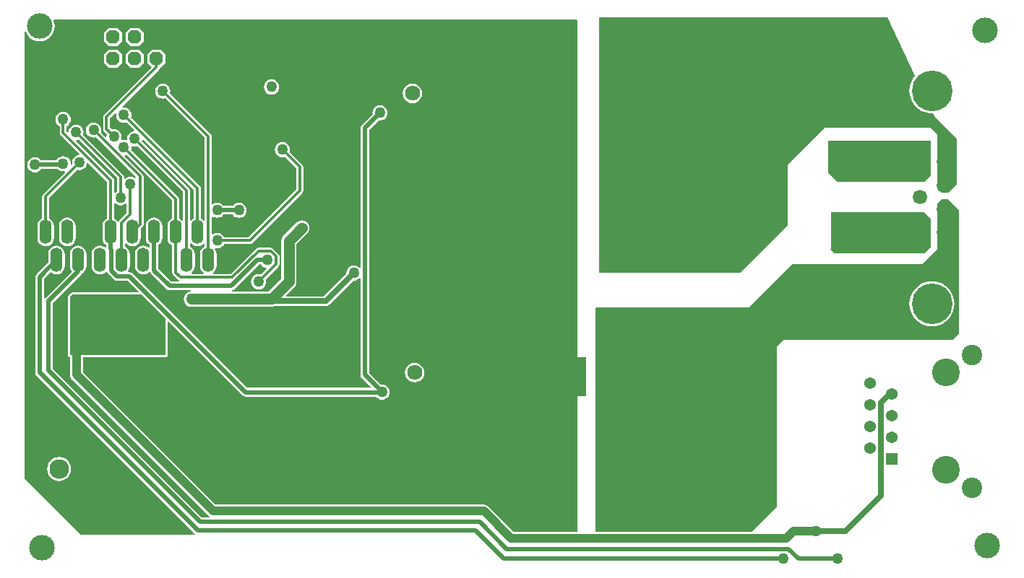
<source format=gbl>
%FSTAX23Y23*%
%MOMM*%
%SFA1B1*%

%IPPOS*%
%AMD71*
4,1,8,0.393700,0.784860,-0.393700,0.784860,-0.784860,0.393700,-0.784860,-0.393700,-0.393700,-0.784860,0.393700,-0.784860,0.784860,-0.393700,0.784860,0.393700,0.393700,0.784860,0.0*
%
%ADD18R,2.599995X1.099998*%
%ADD52C,0.499999*%
%ADD53C,0.999998*%
%ADD54C,1.269997*%
%ADD55C,0.299999*%
%ADD56C,0.639999*%
%ADD60R,1.369997X1.369997*%
%ADD61C,1.369997*%
%ADD62C,2.399995*%
%ADD63C,3.249994*%
%ADD64C,2.999994*%
%ADD65O,1.419997X2.839994*%
%ADD66C,1.779996*%
%ADD67C,2.299995*%
%ADD68C,1.689997*%
%ADD69R,1.689997X1.689997*%
%ADD70C,4.759990*%
G04~CAMADD=71~4~0.0~0.0~618.1~618.1~0.0~154.5~0~0.0~0.0~0.0~0.0~0~0.0~0.0~0.0~0.0~0~0.0~0.0~0.0~0.0~618.1~618.1*
%ADD71D71*%
%ADD72C,1.269997*%
%ADD73C,0.799998*%
%LNlv1-1*%
%LPD*%
G36*
X35029Y58829D02*
X35269Y58799D01*
X35499Y58829*
X35539Y58839*
X40949Y53429*
Y50139*
X40829Y50099*
X40779Y50159*
X40579Y50319*
X40499Y50349*
Y52579*
X40469Y52729*
X40439Y52779*
X40379Y52869*
X34839Y58399*
X34859Y58439*
X34889Y58669*
X34879Y58769*
X34979Y58849*
X35029Y58829*
G37*
G36*
X33189Y51989D02*
X33399Y51899D01*
X33629Y51869*
X33869Y51899*
X34079Y51989*
X34219Y52099*
X34349Y52049*
Y50969*
X33449Y50069*
X33419Y50019*
X33269*
X33159Y50159*
X32959Y50319*
X32879Y50349*
Y52099*
X32959Y52129*
X33009*
X33189Y51989*
G37*
G36*
X102179Y73909D02*
D01*
X109019*
X123439*
X126709Y67079*
X126539Y66879*
X126329Y66519*
X126169Y66139*
X126069Y65739*
X126039Y65329*
X126069Y64909*
X126169Y64509*
X126329Y64129*
X126539Y63779*
X126809Y63459*
X127129Y63189*
X127479Y62979*
X127859Y62819*
X128259Y62719*
X128679Y62689*
X128809Y62699*
X129029Y62229*
X131569Y59689*
Y57399*
Y54359*
X130559Y53339*
X129789*
X129289Y53849*
Y60199*
X128519Y60959*
X116079*
X111759Y56639*
Y49529*
X109219Y46989*
X106169Y43939*
X102619*
X89749*
X89659Y44029*
Y73909*
X102179*
G37*
G36*
X42219Y53679D02*
Y50349D01*
X42149Y50319*
X41949Y50159*
X41899Y50099*
X41769Y50139*
Y53589*
X41739Y53749*
X41709Y53789*
X41649Y53879*
X36109Y59419*
X36129Y59459*
X36139Y59579*
X36279Y59629*
X42219Y53679*
G37*
G36*
X128519Y50289D02*
Y46989D01*
X127759Y46229*
X117269*
X116759Y46739*
X116839Y46819*
Y51049*
X127759*
X128519Y50289*
G37*
G36*
X131319Y51819D02*
X131829Y51309D01*
Y36829*
X131059Y36069*
X111249*
X110489Y35309*
Y16509*
X107579Y13599*
X89279*
Y39789*
X89369Y39879*
X103539*
X103589Y39829*
X103629Y39879*
X107189*
X112269Y44959*
X127509*
X129029Y46479*
X129289Y46739*
Y52069*
X129789Y52579*
X130559*
X131319Y51819*
G37*
G36*
X38859Y38649D02*
Y34289D01*
X27689*
Y41149*
X27939Y41399*
X36109*
X38859Y38649*
G37*
G36*
X41949Y47369D02*
X42149Y47219D01*
X42379Y47119*
X42629Y47089*
X42879Y47119*
X43119Y47219*
X43319Y47369*
X43369Y47439*
X43489Y47389*
Y47049*
X43419Y47019*
X43219Y46859*
X43059Y46659*
X42969Y46429*
X42929Y46179*
Y44749*
X42969Y44499*
X43059Y44269*
X43219Y44069*
X43349Y43969*
X43299Y43839*
X41959*
X41919Y43969*
X42049Y44069*
X42199Y44269*
X42299Y44499*
X42329Y44749*
Y46179*
X42299Y46429*
X42199Y46659*
X42049Y46859*
X41849Y47019*
X41769Y47049*
Y47389*
X41899Y47439*
X41949Y47369*
G37*
G36*
X39679Y52409D02*
Y50349D01*
X39609Y50319*
X39409Y50159*
X39249Y49959*
X39159Y49729*
X39119Y49479*
Y48059*
X39159Y47809*
X39249Y47569*
X39409Y47369*
X39609Y47219*
X39679Y47189*
Y43979*
X39709Y43849*
X39719Y43829*
X39799Y43689*
X40349Y43149*
X40479Y43059*
X40499Y43049*
X40479Y42929*
X39579*
X38059Y44449*
Y47239*
X38239Y47369*
X38389Y47569*
X38489Y47809*
X38519Y48059*
Y49479*
X38489Y49729*
X38389Y49959*
X38239Y50159*
X38039Y50319*
X37799Y50419*
X37549Y50449*
X37299Y50419*
X37069Y50319*
X36869Y50159*
X36709Y49959*
X36619Y49729*
X36579Y49479*
Y48059*
X36619Y47809*
X36709Y47569*
X36869Y47369*
X37039Y47239*
Y46969*
X36919Y46899*
X36769Y47019*
X36529Y47109*
X36279Y47149*
X36029Y47109*
X35799Y47019*
X35599Y46859*
X35439Y46659*
X35349Y46429*
X35309Y46179*
Y44749*
X35349Y44499*
X35439Y44269*
X35599Y44069*
X35799Y43919*
X36029Y43819*
X36279Y43789*
X36529Y43819*
X36769Y43919*
X36949Y44049*
X37029*
X37089Y44019*
X37189Y43879*
X39009Y42059*
X39169Y41949*
X39369Y41909*
X41859*
X41869Y41779*
X41679Y41759*
X41459Y41669*
X41279Y41529*
X41139Y41339*
X41049Y41129*
X41019Y40889*
X41049Y40659*
X41139Y40449*
X41279Y40259*
X41459Y40119*
X41679Y40029*
X41909Y39999*
X51309*
X51539Y40029*
X51609Y40059*
X57659*
X57879Y40109*
X58069Y40229*
X60889Y43059*
X60959Y43049*
X61189Y43079*
X61409Y43169*
X61589Y43309*
X61599Y43319*
X61719Y43279*
Y31999*
X61759Y31809*
X61869Y31639*
X62929Y30579*
X62879Y30469*
X48489*
X35049Y43899*
X34879Y44009*
X34689Y44049*
X34579*
X34509Y44179*
X34579Y44269*
X34679Y44499*
X34709Y44749*
Y46179*
X34679Y46429*
X34579Y46659*
X34429Y46859*
X34229Y47019*
X34149Y47049*
Y47389*
X34279Y47439*
X34329Y47369*
X34529Y47219*
X34759Y47119*
X35009Y47089*
X35259Y47119*
X35499Y47219*
X35699Y47369*
X35849Y47569*
X35949Y47809*
X35979Y48059*
Y49159*
X36179Y49359*
X36269Y49489*
Y49519*
X36299Y49649*
Y55289*
X36269Y55419*
Y55449*
X36179Y55579*
X34089Y57669*
X34139Y57799*
X34229Y57809*
X34269Y57829*
X39679Y52409*
G37*
G36*
X33229Y55059D02*
Y53559D01*
X33189Y53539*
X33009Y53399*
X32959Y53409*
X32879Y53429*
Y54809*
X32849Y54939*
Y54959*
X32759Y55089*
X28419Y59429*
X28469Y59569*
X28639Y59589*
X28679Y59609*
X33229Y55059*
G37*
G36*
X87119Y73569D02*
Y34039D01*
X88139*
Y29459*
X87119*
Y13599*
X79679*
X76729Y16539*
X76579Y16659*
X76399Y16729*
X76199Y16759*
X44759*
X29199Y32319*
Y34039*
X38859*
X38959Y34049*
X39039Y34109*
X39099Y34189*
X39119Y34289*
Y38229*
X39229Y38279*
X47919Y29599*
X48079Y29489*
X48109Y29479*
X48279Y29449*
X63549*
X63629Y29339*
X63819Y29199*
X64029Y29109*
X64259Y29079*
X64489Y29109*
X64709Y29199*
X64889Y29339*
X65039Y29529*
X65119Y29739*
X65149Y29969*
X65119Y30199*
X65039Y30419*
X64889Y30599*
X64709Y30749*
X64489Y30829*
X64259Y30859*
X64109Y30839*
X62739Y32219*
Y60749*
X63859Y61869*
X64009Y61849*
X64239Y61879*
X64449Y61959*
X64639Y62109*
X64779Y62289*
X64869Y62509*
X64899Y62739*
X64869Y62969*
X64779Y63179*
X64639Y63369*
X64449Y63509*
X64239Y63599*
X64009Y63629*
X63779Y63599*
X63559Y63509*
X63379Y63369*
X63229Y63179*
X63149Y62969*
X63119Y62739*
X63139Y62589*
X61869Y61319*
X61759Y61159*
X61719Y60959*
Y44599*
X61599Y44559*
X61589Y44569*
X61409Y44719*
X61189Y44799*
X60959Y44829*
X60729Y44799*
X60509Y44719*
X60329Y44569*
X60189Y44389*
X60099Y44169*
X60069Y43939*
X60079Y43879*
X57419Y41219*
X53059*
X53009Y41339*
X53969Y42289*
X54109Y42479*
X54199Y42689*
X54229Y42929*
Y47349*
X55499Y48619*
X55639Y48799*
X55729Y49019*
X55759Y49249*
X55729Y49479*
X55639Y49689*
X55499Y49879*
X55309Y50019*
X55099Y50109*
X54859Y50139*
X54629Y50109*
X54419Y50019*
X54229Y49879*
X53979Y49629*
X53949Y49609*
X53929Y49579*
X52709Y48349*
X52569Y48169*
X52479Y47949*
X52449Y47719*
Y43299*
X50939Y41789*
X46649*
X46639Y41909*
X46799Y41949*
X46969Y42059*
X49869Y44959*
X50079*
X50169Y44829*
X50349Y44689*
X50569Y44599*
X50689Y44589*
X50739Y44449*
X50049Y43769*
X50019Y43789*
X49779Y43819*
X49549Y43789*
X49339Y43699*
X49149Y43559*
X49009Y43369*
X48919Y43159*
X48889Y42929*
X48919Y42689*
X49009Y42479*
X49149Y42289*
X49339Y42149*
X49549Y42059*
X49779Y42029*
X50019Y42059*
X50229Y42149*
X50419Y42289*
X50559Y42479*
X50649Y42689*
X50679Y42929*
X50649Y43159*
X50629Y43199*
X52119Y44689*
X52209Y44819*
X52239Y44979*
Y45889*
X52209Y46049*
X52179Y46089*
X52119Y46179*
X51519Y46789*
X51379Y46879*
X51359*
X51229Y46909*
X49769*
X49619Y46879*
X49569Y46849*
X49479Y46789*
X46539Y43839*
X44499*
X44459Y43969*
X44589Y44069*
X44739Y44269*
X44839Y44499*
X44869Y44749*
Y46179*
X44839Y46429*
X44739Y46659*
X44649Y46789*
X44729Y46889*
X44959Y46859*
X45189Y46889*
X45399Y46979*
X45589Y47119*
X45729Y47309*
X45749Y47339*
X48769*
X48899Y47369*
X48919Y47379*
X49059Y47459*
X54899Y53309*
X54989Y53439*
X55019Y53589*
Y56389*
X54989Y56519*
Y56539*
X54899Y56679*
X53419Y58149*
X53439Y58189*
X53469Y58419*
X53439Y58649*
X53349Y58869*
X53209Y59049*
X53019Y59189*
X52809Y59279*
X52579Y59309*
X52349Y59279*
X52129Y59189*
X51949Y59049*
X51799Y58869*
X51719Y58649*
X51689Y58419*
X51719Y58189*
X51799Y57969*
X51949Y57789*
X52129Y57649*
X52349Y57559*
X52579Y57529*
X52809Y57559*
X52849Y57569*
X54199Y56219*
Y53759*
X48599Y48159*
X45749*
X45729Y48199*
X45589Y48379*
X45399Y48529*
X45189Y48609*
X44959Y48639*
X44729Y48609*
X44509Y48529*
X44439Y48469*
X44309Y48529*
Y50529*
X44419Y50589*
X44489Y50529*
X44709Y50449*
X44939Y50419*
X45169Y50449*
X45379Y50529*
X45569Y50679*
X45659Y50799*
X46769*
X46869Y50679*
X47049Y50529*
X47269Y50449*
X47499Y50419*
X47729Y50449*
X47939Y50529*
X48129Y50679*
X48269Y50859*
X48359Y51079*
X48389Y51309*
X48359Y51539*
X48269Y51749*
X48129Y51939*
X47939Y52079*
X47729Y52169*
X47499Y52199*
X47269Y52169*
X47049Y52079*
X46869Y51939*
X46769Y51819*
X45659*
X45569Y51939*
X45379Y52079*
X45169Y52169*
X44939Y52199*
X44709Y52169*
X44489Y52079*
X44419Y52029*
X44309Y52089*
Y59939*
X44279Y60099*
X44189Y60229*
X39409Y65009*
X39429Y65049*
X39459Y65279*
X39429Y65509*
X39339Y65719*
X39199Y65909*
X39009Y66049*
X38799Y66139*
X38569Y66169*
X38339Y66139*
X38119Y66049*
X37939Y65909*
X37789Y65719*
X37709Y65509*
X37679Y65279*
X37709Y65049*
X37789Y64829*
X37939Y64649*
X38119Y64499*
X38339Y64419*
X38569Y64389*
X38799Y64419*
X38839Y64429*
X43489Y59779*
Y50139*
X43369Y50099*
X43319Y50159*
X43119Y50319*
X43039Y50349*
Y53849*
X43009Y53999*
X42919Y54139*
X34839Y62209*
X34859Y62249*
X34889Y62479*
X34859Y62719*
X34769Y62929*
X34629Y63119*
X34439Y63259*
X34229Y63349*
X33999Y63379*
X33849Y63359*
X33789Y63479*
X38089Y67779*
X38179Y67919*
X38209Y68049*
X38319*
X38839Y68569*
Y69609*
X38319Y70129*
X37289*
X36769Y69609*
Y68569*
X37249Y68089*
X31679Y62519*
X31589Y62389*
X31579Y62359*
X31559Y62229*
Y60829*
X31579Y60699*
X31589Y60679*
X31679Y60539*
X32009Y60209*
X31989Y60179*
X31959Y59969*
X31849Y59909*
X31309Y60439*
X31329Y60479*
X31359Y60709*
X31329Y60939*
X31239Y61159*
X31099Y61339*
X30909Y61489*
X30699Y61569*
X30469Y61609*
X30239Y61569*
X30019Y61489*
X29839Y61339*
X29689Y61159*
X29609Y60939*
X29579Y60709*
X29609Y60479*
X29689Y60269*
X29839Y60079*
X30019Y59939*
X30239Y59849*
X30469Y59819*
X30699Y59849*
X30739Y59869*
X35429Y55169*
X35419Y55119*
X35279Y55069*
X35199Y55129*
X34989Y55219*
X34759Y55249*
X34529Y55219*
X34309Y55129*
X34169Y55019*
X34039Y55079*
Y55229*
X34009Y55379*
X33919Y55509*
X29249Y60179*
X29269Y60219*
X29299Y60449*
X29269Y60679*
X29179Y60899*
X29039Y61079*
X28849Y61229*
X28639Y61309*
X28409Y61339*
X28179Y61309*
X27959Y61229*
X27779Y61079*
X27629Y60899*
X27549Y60679*
X27519Y60509*
X27389Y60459*
X27289Y60559*
Y61189*
X27329Y61199*
X27519Y61339*
X27659Y61529*
X27749Y61739*
X27779Y61979*
X27749Y62209*
X27659Y62419*
X27519Y62609*
X27329Y62749*
X27119Y62839*
X26879Y62869*
X26649Y62839*
X26439Y62749*
X26249Y62609*
X26109Y62419*
X26019Y62209*
X25989Y61979*
X26019Y61739*
X26109Y61529*
X26249Y61339*
X26439Y61199*
X26479Y61189*
Y60389*
X26499Y60259*
X26509Y60239*
X26599Y60099*
X28779Y57919*
X28739Y57779*
X28579Y57759*
X28359Y57669*
X28179Y57529*
X28039Y57349*
X27949Y57129*
X27919Y56899*
X27949Y56679*
X27919Y56649*
X27909Y56639*
X27789Y56709*
X27799Y56769*
X27769Y56999*
X27679Y57219*
X27529Y57399*
X27349Y57539*
X27129Y57629*
X26899Y57659*
X26669Y57629*
X26459Y57539*
X26269Y57399*
X26129Y57219*
X26099Y57149*
X24309*
X24209Y57269*
X24029Y57419*
X23809Y57499*
X23579Y57529*
X23349Y57499*
X23139Y57419*
X22949Y57269*
X22809Y57089*
X22719Y56869*
X22689Y56639*
X22719Y56409*
X22809Y56199*
X22949Y56009*
X23139Y55869*
X23349Y55779*
X23579Y55749*
X23809Y55779*
X24029Y55869*
X24209Y56009*
X24309Y56129*
X26279*
X26459Y55999*
X26669Y55909*
X26899Y55879*
X27049Y55899*
X27109Y55779*
X24559Y53229*
X24479Y53099*
X24469Y53069*
X24439Y52939*
Y50349*
X24369Y50319*
X24169Y50159*
X24009Y49959*
X23919Y49729*
X23879Y49479*
Y48059*
X23919Y47809*
X24009Y47569*
X24169Y47369*
X24369Y47219*
X24599Y47119*
X24849Y47089*
X25099Y47119*
X25339Y47219*
X25539Y47369*
X25689Y47569*
X25789Y47809*
X25819Y48059*
Y49479*
X25789Y49729*
X25689Y49959*
X25539Y50159*
X25339Y50319*
X25259Y50349*
Y52769*
X28539Y56049*
X28579Y56039*
X28809Y56009*
X29039Y56039*
X29259Y56129*
X29439Y56269*
X29579Y56449*
X29669Y56669*
X29689Y56829*
X29829Y56869*
X32059Y54639*
Y50349*
X31989Y50319*
X31789Y50159*
X31629Y49959*
X31539Y49729*
X31499Y49479*
Y48059*
X31539Y47809*
X31629Y47569*
X31789Y47369*
X31959Y47239*
Y46969*
X31839Y46899*
X31689Y47019*
X31449Y47109*
X31199Y47149*
X30949Y47109*
X30719Y47019*
X30519Y46859*
X30359Y46659*
X30269Y46429*
X30229Y46179*
Y44749*
X30269Y44499*
X30359Y44269*
X30519Y44069*
X30719Y43919*
X30949Y43819*
X31199Y43789*
X31449Y43819*
X31689Y43919*
X31889Y44069*
X31929Y44119*
X32049Y44089*
X32059Y44059*
X32169Y43889*
X32879Y43179*
X33049Y43069*
X33239Y43029*
X34479*
X35739Y41769*
X35689Y41659*
X27939*
X27839Y41639*
X27819Y41619*
X27759Y41579*
X27509Y41329*
X27449Y41249*
X27429Y41149*
Y34289*
X27449Y34189*
X27509Y34109*
X27589Y34049*
X27689Y34039*
Y31999*
X27719Y31809*
X27789Y31629*
X27909Y31469*
X43919Y15469*
X44039Y15369*
X44009Y15239*
X43139*
X25659Y32719*
Y40429*
X29019Y43799*
X29089Y43889*
X29149Y43919*
X29349Y44069*
X29499Y44269*
X29599Y44499*
X29629Y44749*
Y46179*
X29599Y46429*
X29499Y46659*
X29349Y46859*
X29149Y47019*
X28909Y47109*
X28659Y47149*
X28409Y47109*
X28179Y47019*
X27979Y46859*
X27819Y46659*
X27729Y46429*
X27689Y46179*
Y44749*
X27729Y44499*
X27819Y44269*
X27919Y44139*
X24789Y40999*
X24769Y40969*
X24639Y41009*
Y43259*
X25439Y44069*
X25639Y43919*
X25869Y43819*
X26119Y43789*
X26369Y43819*
X26609Y43919*
X26809Y44069*
X26959Y44269*
X27059Y44499*
X27089Y44749*
Y46179*
X27059Y46429*
X26959Y46659*
X26809Y46859*
X26609Y47019*
X26369Y47109*
X26119Y47149*
X25869Y47109*
X25639Y47019*
X25439Y46859*
X25279Y46659*
X25189Y46429*
X25149Y46179*
Y45219*
X23769Y43829*
X23659Y43669*
X23619Y43469*
Y32259*
X23659Y32059*
X23769Y31899*
X42309Y13359*
X42339Y13339*
X42299Y13209*
X28959*
X22349Y19809*
Y72289*
X22479Y72309*
X22509Y72229*
X22669Y71919*
X22889Y71649*
X23149Y71439*
X23459Y71269*
X23789Y71169*
X24129Y71139*
X24469Y71169*
X24799Y71269*
X25109Y71439*
X25369Y71649*
X25589Y71919*
X25749Y72229*
X25849Y72549*
X25889Y72899*
X25849Y73239*
X25769Y73529*
X25829Y73659*
X87029*
X87119Y73569*
G37*
G36*
X33119Y62629D02*
X33099Y62479D01*
X33129Y62249*
X33219Y62039*
X33359Y61849*
X33549Y61709*
X33759Y61619*
X33999Y61589*
X34229Y61619*
X34269Y61639*
X35199Y60699*
X35159Y60569*
X35029Y60549*
X34819Y60459*
X34629Y60319*
X34489Y60139*
X34399Y59919*
X34369Y59689*
X34389Y59589*
X34289Y59509*
X34229Y59539*
X33999Y59569*
X33779Y59539*
X33739Y59569*
X33689Y59639*
X33719Y59709*
X33749Y59939*
X33719Y60179*
X33629Y60389*
X33479Y60579*
X33299Y60719*
X33079Y60809*
X32849Y60839*
X32619Y60809*
X32579Y60789*
X32369Y60999*
Y62059*
X32999Y62689*
X33119Y62629*
G37*
G36*
X128519Y55369D02*
X127759Y54609D01*
X117599*
X117349Y54859*
X116509Y55709*
Y59439*
X128519*
Y55369*
G37*
%LNlv1-2*%
%LPC*%
G36*
X128679Y42979D02*
X128259Y42939D01*
X127859Y42849*
X127479Y42689*
X127129Y42469*
X126809Y42199*
X126539Y41889*
X126329Y41529*
X126169Y41149*
X126069Y40749*
X126039Y40339*
X126069Y39919*
X126169Y39519*
X126329Y39139*
X126539Y38789*
X126809Y38469*
X127129Y38199*
X127479Y37989*
X127859Y37829*
X128259Y37729*
X128679Y37699*
X129089Y37729*
X129489Y37829*
X129869Y37989*
X130229Y38199*
X130539Y38469*
X130809Y38789*
X131029Y39139*
X131189Y39519*
X131279Y39919*
X131309Y40339*
X131279Y40749*
X131189Y41149*
X131029Y41529*
X130809Y41889*
X130539Y42199*
X130229Y42469*
X129869Y42689*
X129489Y42849*
X129089Y42939*
X128679Y42979*
G37*
G36*
X35779Y72669D02*
X34749D01*
X34229Y72149*
Y71109*
X34749Y70589*
X35779*
X36299Y71109*
Y72149*
X35779Y72669*
G37*
G36*
X26419Y22369D02*
X26049Y22319D01*
X25709Y22179*
X25419Y21949*
X25189Y21659*
X25049Y21319*
X24999Y20949*
X25049Y20589*
X25189Y20249*
X25419Y19959*
X25709Y19729*
X26049Y19589*
X26419Y19539*
X26779Y19589*
X27119Y19729*
X27409Y19959*
X27639Y20249*
X27779Y20589*
X27829Y20949*
X27779Y21319*
X27639Y21659*
X27409Y21949*
X27119Y22179*
X26779Y22319*
X26419Y22369*
G37*
G36*
X68069Y33409D02*
X67769Y33369D01*
X67499Y33249*
X67259Y33069*
X67079Y32829*
X66959Y32559*
X66919Y32259*
X66959Y31959*
X67079Y31679*
X67259Y31449*
X67499Y31259*
X67769Y31149*
X68069Y31109*
X68369Y31149*
X68649Y31259*
X68879Y31449*
X69069Y31679*
X69179Y31959*
X69219Y32259*
X69179Y32559*
X69069Y32829*
X68879Y33069*
X68649Y33249*
X68369Y33369*
X68069Y33409*
G37*
G36*
X33239Y72669D02*
X32209D01*
X31689Y72149*
Y71109*
X32209Y70589*
X33239*
X33759Y71109*
Y72149*
X33239Y72669*
G37*
G36*
X51309Y66679D02*
X51079Y66649D01*
X50859Y66559*
X50679Y66419*
X50529Y66229*
X50449Y66019*
X50419Y65789*
X50449Y65549*
X50529Y65339*
X50679Y65149*
X50859Y65009*
X51079Y64919*
X51309Y64889*
X51539Y64919*
X51749Y65009*
X51939Y65149*
X52079Y65339*
X52169Y65549*
X52199Y65789*
X52169Y66019*
X52079Y66229*
X51939Y66419*
X51749Y66559*
X51539Y66649*
X51309Y66679*
G37*
G36*
X67819Y66169D02*
X67519Y66129D01*
X67239Y66019*
X67009Y65839*
X66819Y65599*
X66709Y65319*
X66669Y65019*
X66709Y64729*
X66819Y64449*
X67009Y64209*
X67239Y64029*
X67519Y63909*
X67819Y63879*
X68119Y63909*
X68389Y64029*
X68629Y64209*
X68809Y64449*
X68929Y64729*
X68969Y65019*
X68929Y65319*
X68809Y65599*
X68629Y65839*
X68389Y66019*
X68119Y66129*
X67819Y66169*
G37*
G36*
X27389Y50449D02*
X27139Y50419D01*
X26909Y50319*
X26709Y50159*
X26549Y49959*
X26459Y49729*
X26419Y49479*
Y48059*
X26459Y47809*
X26549Y47569*
X26709Y47369*
X26909Y47219*
X27139Y47119*
X27389Y47089*
X27639Y47119*
X27879Y47219*
X28079Y47369*
X28229Y47569*
X28329Y47809*
X28359Y48059*
Y49479*
X28329Y49729*
X28229Y49959*
X28079Y50159*
X27879Y50319*
X27639Y50419*
X27389Y50449*
G37*
G36*
X35779Y70129D02*
X34749D01*
X34229Y69609*
Y68569*
X34749Y68049*
X35779*
X36299Y68569*
Y69609*
X35779Y70129*
G37*
G36*
X33239D02*
X32209D01*
X31689Y69609*
Y68569*
X32209Y68049*
X33239*
X33759Y68569*
Y69609*
X33239Y70129*
G37*
%LNlv1-3*%
%LPD*%
G54D18*
X124209Y44369D03*
Y47069D03*
X121159Y44369D03*
Y47069D03*
X118109Y44369D03*
Y47069D03*
X117859Y58849D03*
Y61549D03*
X120899Y58849D03*
Y61549D03*
X123949Y58849D03*
Y61549D03*
G54D52*
X78489Y10409D02*
X111249D01*
X111889Y11549D02*
X113029Y10409D01*
X78879Y11549D02*
X111889D01*
X25149Y40639D02*
X28659Y44159D01*
X25149Y32509D02*
Y40639D01*
Y32509D02*
X42929Y14729D01*
X75689*
X78879Y11549*
X75179Y13719D02*
X78489Y10409D01*
X42669Y13719D02*
X75179D01*
X24129Y32259D02*
X42669Y13719D01*
X113029Y10409D02*
X117599D01*
X28659Y44159D02*
Y45469D01*
X24129Y43469D02*
X26119Y45469D01*
X24129Y32259D02*
Y43469D01*
X54309Y49249D02*
X54859D01*
X44939Y51309D02*
X47499D01*
X49659Y45469D02*
X50799D01*
X62229Y31999D02*
X64259Y29969D01*
X62229Y60959D02*
X64009Y62739D01*
X62229Y31999D02*
Y60959D01*
X26769Y56639D02*
X26899Y56769D01*
X23579Y56639D02*
X26769D01*
X37549Y44239D02*
Y48769D01*
Y44239D02*
X39369Y42419D01*
X32469Y46739D02*
X32529Y46679D01*
X32469Y46739D02*
Y48769D01*
X32529Y44249D02*
X33239Y43539D01*
X32529Y44249D02*
Y46679D01*
X33239Y43539D02*
X34689D01*
X48279Y29959*
X64279*
X39369Y42419D02*
X46609D01*
X49659Y45469*
G54D53*
X76199Y15999D02*
X79359Y12839D01*
X44449Y15999D02*
X76199D01*
X28449Y31999D02*
X44449Y15999D01*
X79359Y12839D02*
X111639D01*
X112429Y13629D02*
X115059D01*
X111639Y12839D02*
X112429Y13629D01*
X28449Y31999D02*
Y37079D01*
G54D54*
X53339Y47719D02*
X54859Y49249D01*
X53339Y42929D02*
Y47719D01*
X41909Y40889D02*
X51309D01*
X53339Y42929*
G54D55*
X49779Y42929D02*
X51829Y44979D01*
Y45889*
X51229Y46499D02*
X51829Y45889D01*
X49769Y46499D02*
X51229D01*
X46709Y43429D02*
X49769Y46499D01*
X40639Y43429D02*
X46709D01*
X40089Y43979D02*
X40639Y43429D01*
X40089Y43979D02*
Y48769D01*
X54609Y53589D02*
Y56389D01*
X48769Y47749D02*
X54609Y53589D01*
X44959Y47749D02*
X48769D01*
X52579Y58419D02*
X54609Y56389D01*
X24849Y48769D02*
Y52939D01*
X28809Y56899*
X26879Y60389D02*
X32469Y54809D01*
X26879Y60389D02*
Y61979D01*
X28409Y60449D02*
X33629Y55229D01*
Y52769D02*
Y55229D01*
X33999Y58669D02*
X40089Y52579D01*
Y48769D02*
Y52579D01*
X37809Y68069D02*
Y69089D01*
X31959Y60829D02*
X32849Y59939D01*
X31959Y60829D02*
Y62229D01*
X37809Y68069*
X33999Y62479D02*
X42629Y53849D01*
Y48769D02*
Y53849D01*
X35009Y48769D02*
X35889Y49649D01*
Y55289*
X30469Y60709D02*
X35889Y55289D01*
X34759Y50799D02*
Y54359D01*
X38569Y65279D02*
X43899Y59939D01*
Y45469D02*
Y59939D01*
X41359Y45469D02*
Y53589D01*
X35269Y59689D02*
X41359Y53589D01*
X33739Y49779D02*
X34759Y50799D01*
X32469Y48769D02*
Y54809D01*
X33739Y45469D02*
Y49779D01*
G54D56*
X123699Y29719D02*
X123949D01*
X122679Y28699D02*
X123699Y29719D01*
X122679Y17779D02*
Y28699D01*
X115059Y13629D02*
X118529D01*
X122679Y17779*
X50549Y40639D02*
X57659D01*
X60959Y43939*
G54D60*
X123949Y22099D03*
G54D61*
X121409Y23369D03*
X123949Y24639D03*
X121409Y25909D03*
X123949Y27179D03*
X121409Y28449D03*
X123949Y29719D03*
X121409Y30989D03*
G54D62*
X133349Y18749D03*
Y34339D03*
G54D63*
X130299Y20829D03*
Y32259D03*
G54D64*
X135129Y11939D03*
X134869Y72389D03*
X24379Y11679D03*
X24129Y72899D03*
G54D65*
X26119Y45469D03*
X28659D03*
X31199D03*
X33739D03*
X36279D03*
X38819D03*
X41359D03*
X43899D03*
X42629Y48769D03*
X40089D03*
X37549D03*
X35009D03*
X32469D03*
X29929D03*
X27389D03*
X24849D03*
G54D66*
X68069Y32259D03*
X70609D03*
X67819Y65019D03*
X70359D03*
G54D67*
X26419Y24759D03*
Y20949D03*
G54D68*
X127259Y47289D03*
X130099Y48679D03*
X127259Y50059D03*
X130099Y51449D03*
X127259Y52829D03*
X130099Y54219D03*
X127259Y55599D03*
X130099Y56989D03*
G54D69*
X127259Y58369D03*
G54D70*
X128679Y65329D03*
Y40339D03*
G54D71*
X32729Y69089D03*
Y71629D03*
X35269Y69089D03*
Y71629D03*
X37809Y69089D03*
Y71629D03*
G54D72*
X111249Y10409D03*
X115059Y13629D03*
X86359Y14219D03*
X65019Y20069D03*
X69599D03*
X117599Y10409D03*
X101849Y47499D03*
Y45969D03*
X102619Y36069D03*
Y37589D03*
Y39119D03*
X55879Y24379D03*
X54359D03*
X52579D03*
X45969Y34289D03*
X44959Y49529D03*
X49779Y42929D03*
X60959Y43939D03*
X38859Y50799D03*
X54859Y49249D03*
X51559Y48509D03*
X47499Y51309D03*
X41909Y40889D03*
X52579Y58419D03*
X44959Y47749D03*
X51309Y65789D03*
X50799Y45469D03*
X64259Y29969D03*
X64009Y62739D03*
X64259Y27939D03*
X64009Y60709D03*
X68069Y18799D03*
X66549D03*
X65529Y24889D03*
Y57659D03*
X101849Y49019D03*
X100329Y45969D03*
Y47499D03*
Y49019D03*
X32849Y59939D03*
X28809Y56899D03*
X26879Y61979D03*
X30469Y60709D03*
X28409Y60449D03*
X33629Y52769D03*
X33999Y58669D03*
Y62479D03*
X34759Y54359D03*
X38569Y65279D03*
X35269Y59689D03*
X26899Y56769D03*
X44939Y51309D03*
X24089Y68329D03*
X27899Y66039D03*
X45169Y53589D03*
X24089Y66799D03*
Y65279D03*
X23579Y56639D03*
X37589Y42419D03*
X31999Y37079D03*
X34039D03*
X35809D03*
X37589D03*
X30229D03*
X28449D03*
X87379Y33269D03*
Y31749D03*
Y30229D03*
X92959Y34539D03*
X94489Y34039D03*
Y32259D03*
Y30729D03*
G54D73*
X91689Y46479D03*
Y45209D03*
X91189Y47499D03*
X90169D03*
X85089Y45209D03*
Y46479D03*
X85599Y47499D03*
X86609D03*
M02*
</source>
